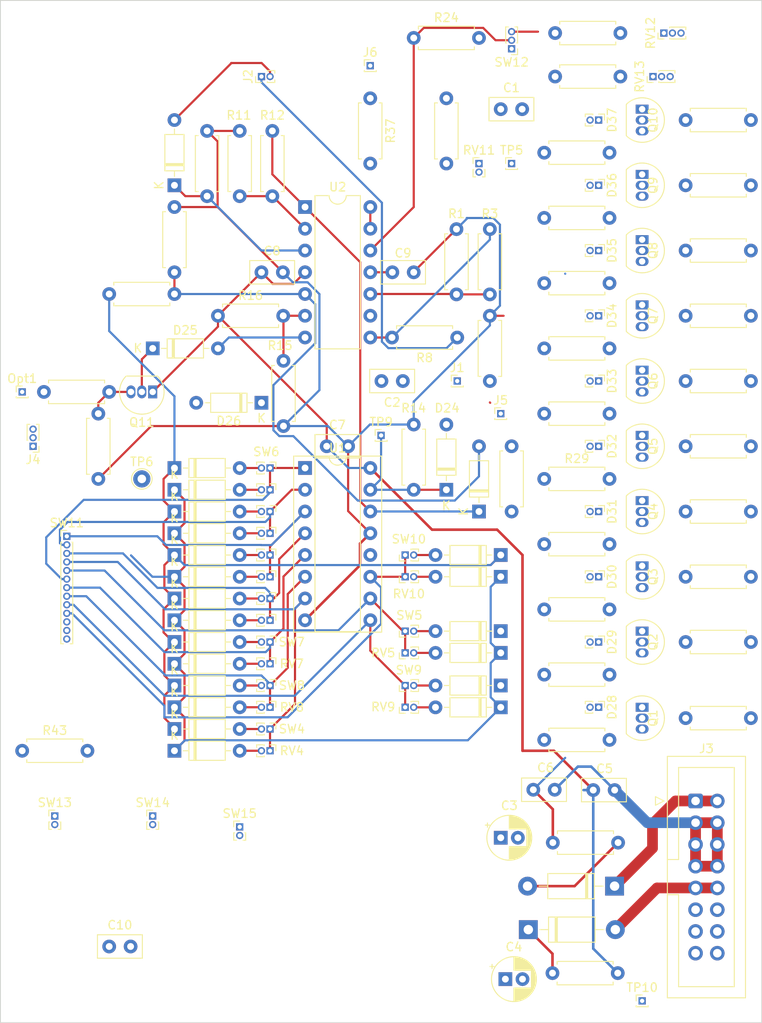
<source format=kicad_pcb>
(kicad_pcb (version 20211014) (generator pcbnew)

  (general
    (thickness 1.6)
  )

  (paper "A4")
  (title_block
    (title "Unseen Servant (Baby 10 Seq)")
  )

  (layers
    (0 "F.Cu" signal)
    (31 "B.Cu" signal)
    (32 "B.Adhes" user "B.Adhesive")
    (33 "F.Adhes" user "F.Adhesive")
    (34 "B.Paste" user)
    (35 "F.Paste" user)
    (36 "B.SilkS" user "B.Silkscreen")
    (37 "F.SilkS" user "F.Silkscreen")
    (38 "B.Mask" user)
    (39 "F.Mask" user)
    (40 "Dwgs.User" user "User.Drawings")
    (41 "Cmts.User" user "User.Comments")
    (42 "Eco1.User" user "User.Eco1")
    (43 "Eco2.User" user "User.Eco2")
    (44 "Edge.Cuts" user)
    (45 "Margin" user)
    (46 "B.CrtYd" user "B.Courtyard")
    (47 "F.CrtYd" user "F.Courtyard")
    (48 "B.Fab" user)
    (49 "F.Fab" user)
    (50 "User.1" user)
    (51 "User.2" user)
    (52 "User.3" user)
    (53 "User.4" user)
    (54 "User.5" user)
    (55 "User.6" user)
    (56 "User.7" user)
    (57 "User.8" user)
    (58 "User.9" user)
  )

  (setup
    (stackup
      (layer "F.SilkS" (type "Top Silk Screen"))
      (layer "F.Paste" (type "Top Solder Paste"))
      (layer "F.Mask" (type "Top Solder Mask") (thickness 0.01))
      (layer "F.Cu" (type "copper") (thickness 0.035))
      (layer "dielectric 1" (type "core") (thickness 1.51) (material "FR4") (epsilon_r 4.5) (loss_tangent 0.02))
      (layer "B.Cu" (type "copper") (thickness 0.035))
      (layer "B.Mask" (type "Bottom Solder Mask") (thickness 0.01))
      (layer "B.Paste" (type "Bottom Solder Paste"))
      (layer "B.SilkS" (type "Bottom Silk Screen"))
      (copper_finish "None")
      (dielectric_constraints no)
    )
    (pad_to_mask_clearance 0)
    (pcbplotparams
      (layerselection 0x00010fc_ffffffff)
      (disableapertmacros false)
      (usegerberextensions false)
      (usegerberattributes true)
      (usegerberadvancedattributes true)
      (creategerberjobfile true)
      (svguseinch false)
      (svgprecision 6)
      (excludeedgelayer true)
      (plotframeref false)
      (viasonmask false)
      (mode 1)
      (useauxorigin false)
      (hpglpennumber 1)
      (hpglpenspeed 20)
      (hpglpendiameter 15.000000)
      (dxfpolygonmode true)
      (dxfimperialunits true)
      (dxfusepcbnewfont true)
      (psnegative false)
      (psa4output false)
      (plotreference true)
      (plotvalue true)
      (plotinvisibletext false)
      (sketchpadsonfab false)
      (subtractmaskfromsilk false)
      (outputformat 1)
      (mirror false)
      (drillshape 0)
      (scaleselection 1)
      (outputdirectory "./")
    )
  )

  (net 0 "")
  (net 1 "Net-(C1-Pad1)")
  (net 2 "GND")
  (net 3 "Net-(C2-Pad1)")
  (net 4 "Net-(C2-Pad2)")
  (net 5 "+12V")
  (net 6 "-12V")
  (net 7 "Net-(D1-Pad1)")
  (net 8 "Net-(D1-Pad2)")
  (net 9 "Net-(D2-Pad2)")
  (net 10 "Net-(D3-Pad2)")
  (net 11 "Net-(D4-Pad2)")
  (net 12 "Net-(D5-Pad2)")
  (net 13 "Net-(D6-Pad2)")
  (net 14 "Net-(D7-Pad2)")
  (net 15 "Net-(D8-Pad2)")
  (net 16 "Net-(D9-Pad2)")
  (net 17 "Net-(D10-Pad2)")
  (net 18 "Net-(D13-Pad2)")
  (net 19 "Net-(D16-Pad2)")
  (net 20 "Net-(D17-Pad2)")
  (net 21 "Net-(D18-Pad2)")
  (net 22 "Net-(D19-Pad2)")
  (net 23 "Net-(D20-Pad2)")
  (net 24 "Net-(D21-Pad1)")
  (net 25 "Net-(D21-Pad2)")
  (net 26 "Net-(D22-Pad1)")
  (net 27 "Net-(D22-Pad2)")
  (net 28 "Net-(D11-Pad1)")
  (net 29 "Net-(D23-Pad2)")
  (net 30 "Net-(D25-Pad1)")
  (net 31 "Net-(D11-Pad2)")
  (net 32 "Net-(D26-Pad2)")
  (net 33 "Net-(D12-Pad2)")
  (net 34 "Net-(D28-Pad2)")
  (net 35 "Net-(D29-Pad2)")
  (net 36 "Net-(D30-Pad2)")
  (net 37 "Net-(D31-Pad2)")
  (net 38 "Net-(D32-Pad2)")
  (net 39 "Net-(D33-Pad2)")
  (net 40 "Net-(D34-Pad2)")
  (net 41 "Net-(D35-Pad2)")
  (net 42 "Net-(D36-Pad2)")
  (net 43 "Net-(D37-Pad2)")
  (net 44 "unconnected-(J3-Pad11)")
  (net 45 "unconnected-(J3-Pad12)")
  (net 46 "unconnected-(J3-Pad13)")
  (net 47 "unconnected-(J3-Pad14)")
  (net 48 "Net-(D14-Pad2)")
  (net 49 "Net-(D15-Pad2)")
  (net 50 "Net-(J4-PadTN)")
  (net 51 "Net-(Q1-Pad2)")
  (net 52 "Net-(Q2-Pad2)")
  (net 53 "Net-(Q3-Pad2)")
  (net 54 "Net-(Q4-Pad2)")
  (net 55 "Net-(Q5-Pad2)")
  (net 56 "Net-(Q6-Pad2)")
  (net 57 "Net-(Q7-Pad2)")
  (net 58 "Net-(Q8-Pad2)")
  (net 59 "Net-(Q9-Pad2)")
  (net 60 "Net-(Q10-Pad2)")
  (net 61 "Net-(Q11-Pad3)")
  (net 62 "Net-(D23-Pad1)")
  (net 63 "Net-(R2-Pad1)")
  (net 64 "Net-(D24-Pad1)")
  (net 65 "Net-(J4-PadT)")
  (net 66 "Net-(J2-PadTN)")
  (net 67 "Net-(D25-Pad2)")
  (net 68 "Net-(J5-PadT)")
  (net 69 "Net-(D27-Pad1)")
  (net 70 "Net-(D27-Pad2)")
  (net 71 "Net-(R30-Pad1)")
  (net 72 "Net-(R30-Pad2)")
  (net 73 "Net-(R31-Pad1)")
  (net 74 "Net-(R31-Pad2)")
  (net 75 "Net-(J6-PadT)")
  (net 76 "unconnected-(RV12-Pad3)")
  (net 77 "unconnected-(RV13-Pad3)")
  (net 78 "unconnected-(SW11-Pad11)")
  (net 79 "unconnected-(SW11-Pad12)")
  (net 80 "unconnected-(U1-Pad12)")
  (net 81 "Net-(D28-Pad1)")
  (net 82 "Net-(D29-Pad1)")
  (net 83 "Net-(D30-Pad1)")
  (net 84 "Net-(D31-Pad1)")
  (net 85 "Net-(D32-Pad1)")
  (net 86 "Net-(D33-Pad1)")
  (net 87 "Net-(R19-Pad2)")
  (net 88 "Net-(R20-Pad2)")
  (net 89 "Net-(R21-Pad2)")
  (net 90 "Net-(R22-Pad2)")
  (net 91 "Net-(R23-Pad2)")
  (net 92 "Net-(R36-Pad2)")
  (net 93 "Net-(D34-Pad1)")
  (net 94 "Net-(D35-Pad1)")
  (net 95 "Net-(D36-Pad1)")
  (net 96 "Net-(D37-Pad1)")
  (net 97 "Net-(J3-Pad15)")
  (net 98 "Net-(R1-Pad2)")
  (net 99 "Net-(R3-Pad1)")
  (net 100 "Net-(R11-Pad2)")
  (net 101 "Net-(R15-Pad2)")
  (net 102 "Net-(R24-Pad1)")
  (net 103 "Net-(R32-Pad2)")
  (net 104 "Net-(R33-Pad2)")
  (net 105 "Net-(R34-Pad2)")
  (net 106 "Net-(R35-Pad2)")
  (net 107 "Net-(R37-Pad2)")
  (net 108 "Net-(U1-Pad14)")
  (net 109 "Net-(R43-Pad1)")
  (net 110 "Net-(U1-Pad15)")

  (footprint "Capacitor_THT:C_Disc_D5.0mm_W2.5mm_P2.50mm" (layer "F.Cu") (at 100.970728 113.812851))

  (footprint "Resistor_THT:R_Axial_DIN0207_L6.3mm_D2.5mm_P7.62mm_Horizontal" (layer "F.Cu") (at 95.25 46.99))

  (footprint "Connector_PinHeader_1.00mm:PinHeader_1x02_P1.00mm_Vertical" (layer "F.Cu") (at 101.6 96.52 -90))

  (footprint "Resistor_THT:R_Axial_DIN0207_L6.3mm_D2.5mm_P7.62mm_Horizontal" (layer "F.Cu") (at 43.18 77.47 90))

  (footprint "TestPoint:TestPoint_THTPad_D2.0mm_Drill1.0mm" (layer "F.Cu") (at 48.26 77.47))

  (footprint "Connector_PinHeader_1.00mm:PinHeader_1x02_P1.00mm_Vertical" (layer "F.Cu") (at 101.6 35.56 -90))

  (footprint "Connector_PinHeader_1.00mm:PinHeader_1x02_P1.00mm_Vertical" (layer "F.Cu") (at 63.23 81.28 -90))

  (footprint "Connector_PinHeader_1.00mm:PinHeader_1x02_P1.00mm_Vertical" (layer "F.Cu") (at 79.01 97.79 90))

  (footprint "Resistor_THT:R_Axial_DIN0207_L6.3mm_D2.5mm_P7.62mm_Horizontal" (layer "F.Cu") (at 95.25 77.47))

  (footprint "Diode_THT:D_DO-35_SOD27_P7.62mm_Horizontal" (layer "F.Cu") (at 87.63 81.28 90))

  (footprint "Package_TO_SOT_THT:TO-92_Inline" (layer "F.Cu") (at 106.68 95.25 -90))

  (footprint "Diode_THT:D_DO-35_SOD27_P7.62mm_Horizontal" (layer "F.Cu") (at 52.07 101.6))

  (footprint "Diode_THT:D_DO-35_SOD27_P7.62mm_Horizontal" (layer "F.Cu") (at 52.07 109.22))

  (footprint "Capacitor_THT:C_Disc_D5.0mm_W2.5mm_P2.50mm" (layer "F.Cu") (at 44.45 132.08))

  (footprint "Connector_PinHeader_1.00mm:PinHeader_1x02_P1.00mm_Vertical" (layer "F.Cu") (at 63.23 99.06 -90))

  (footprint "Connector_PinHeader_1.00mm:PinHeader_1x02_P1.00mm_Vertical" (layer "F.Cu") (at 79.01 86.36 90))

  (footprint "Diode_THT:D_DO-35_SOD27_P7.62mm_Horizontal" (layer "F.Cu") (at 52.07 91.44))

  (footprint "Connector_IDC:IDC-Header_2x08_P2.54mm_Vertical" (layer "F.Cu") (at 112.918228 115.082851))

  (footprint "Resistor_THT:R_Axial_DIN0207_L6.3mm_D2.5mm_P7.62mm_Horizontal" (layer "F.Cu") (at 95.25 92.71))

  (footprint "Capacitor_THT:C_Disc_D5.0mm_W2.5mm_P2.50mm" (layer "F.Cu") (at 78.74 66.04 180))

  (footprint "Connector_PinHeader_1.00mm:PinHeader_1x02_P1.00mm_Vertical" (layer "F.Cu") (at 63.23 83.82 -90))

  (footprint "Connector_PinHeader_1.00mm:PinHeader_1x02_P1.00mm_Vertical" (layer "F.Cu") (at 63.23 88.9 -90))

  (footprint "Package_TO_SOT_THT:TO-92_Inline" (layer "F.Cu") (at 106.68 80.01 -90))

  (footprint "Diode_THT:D_DO-35_SOD27_P7.62mm_Horizontal" (layer "F.Cu") (at 49.53 62.23))

  (footprint "Connector_PinHeader_1.00mm:PinHeader_1x02_P1.00mm_Vertical" (layer "F.Cu") (at 101.6 104.14 -90))

  (footprint "Package_TO_SOT_THT:TO-92_Inline" (layer "F.Cu") (at 106.68 41.91 -90))

  (footprint "Diode_THT:D_DO-35_SOD27_P7.62mm_Horizontal" (layer "F.Cu") (at 52.07 99.06))

  (footprint "Connector_PinHeader_1.00mm:PinHeader_1x02_P1.00mm_Vertical" (layer "F.Cu") (at 87.63 40.64))

  (footprint "Connector_PinHeader_1.00mm:PinHeader_1x02_P1.00mm_Vertical" (layer "F.Cu") (at 101.6 43.18 -90))

  (footprint "Connector_PinHeader_1.00mm:PinHeader_1x02_P1.00mm_Vertical" (layer "F.Cu") (at 63.23 93.98 -90))

  (footprint "Resistor_THT:R_Axial_DIN0207_L6.3mm_D2.5mm_P7.62mm_Horizontal" (layer "F.Cu") (at 102.87 107.95 180))

  (footprint "Resistor_THT:R_Axial_DIN0207_L6.3mm_D2.5mm_P7.62mm_Horizontal" (layer "F.Cu") (at 111.76 81.28))

  (footprint "Connector_PinHeader_1.00mm:PinHeader_1x02_P1.00mm_Vertical" (layer "F.Cu") (at 63.23 109.22 -90))

  (footprint "Resistor_THT:R_Axial_DIN0207_L6.3mm_D2.5mm_P7.62mm_Horizontal" (layer "F.Cu") (at 111.76 105.41))

  (footprint "Resistor_THT:R_Axial_DIN0207_L6.3mm_D2.5mm_P7.62mm_Horizontal" (layer "F.Cu") (at 59.69 36.83 -90))

  (footprint "Diode_THT:D_DO-35_SOD27_P7.62mm_Horizontal" (layer "F.Cu") (at 52.07 78.74))

  (footprint "Resistor_THT:R_Axial_DIN0207_L6.3mm_D2.5mm_P7.62mm_Horizontal" (layer "F.Cu") (at 36.83 67.31))

  (footprint "Connector_PinHeader_1.00mm:PinHeader_1x01_P1.00mm_Vertical" (layer "F.Cu") (at 90.17 69.85))

  (footprint "Connector_PinHeader_1.00mm:PinHeader_1x02_P1.00mm_Vertical" (layer "F.Cu") (at 63.23 78.74 -90))

  (footprint "Connector_PinHeader_1.00mm:PinHeader_1x03_P1.00mm_Vertical" (layer "F.Cu") (at 107.95 30.48 90))

  (footprint "Connector_PinHeader_1.00mm:PinHeader_1x02_P1.00mm_Vertical" (layer "F.Cu") (at 101.6 50.8 -90))

  (footprint "Diode_THT:D_DO-35_SOD27_P7.62mm_Horizontal" (layer "F.Cu") (at 52.07 106.68))

  (footprint "Capacitor_THT:C_Disc_D5.0mm_W2.5mm_P2.50mm" (layer "F.Cu") (at 90.17 34.29))

  (footprint "Connector_PinHeader_1.00mm:PinHeader_1x01_P1.00mm_Vertical" (layer "F.Cu") (at 85.09 66.04))

  (footprint "Capacitor_THT:CP_Radial_D5.0mm_P2.00mm" (layer "F.Cu") (at 90.71 135.89))

  (footprint "Connector_PinHeader_1.00mm:PinHeader_1x01_P1.00mm_Vertical" (layer "F.Cu") (at 74.93 29.21))

  (footprint "Connector_PinHeader_1.00mm:PinHeader_1x02_P1.00mm_Vertical" (layer "F.Cu")
    (tedit 59FED738) (tstamp 5bcec0c3-9d13-42a4-acc2-acfd2c2efc4b)
    (at 79.01 101.6 90)
    (descr "Through hole straight pin header, 1x02, 1.00mm pitch, single row")
    (tags "Through hole pin header THT 1x02 1.00mm single row")
    (property "Sheetfile" "Unseen Servant.kicad_sch")
    (property "Sheetname" "")
    (path "/ab88720e-19c2-42ce-bc5f-313970ca6107")
    (attr through_hole)
    (fp_text reference "SW9" (at 1.8 0.431648 180) (layer "F.SilkS")
      (effects (font (size 1 1) (thickness 0.15)))
      (tstamp 6d234e17-92d9-4260-8b5e-0002e5ca4e01)
    )
    (fp_text value "SW_SPDT" (at 0 2.56 90) (layer "F.Fab") hide
      (effects (font (size 1 1) (thickness 0.15)))
      (tstamp 6745b7dc-717d-4eef-ba8d-adc78c83492c)
    )
    (fp_text user "${REFERENCE}" (at 0 0.5) (layer "F.Fab")
      (effects (font (size 0.76 0.76) (thickness 0.114)))
      (tstamp 26345ca5-8471-4a03-a4a9-684534da088c)
    )
    (fp_line (start -0.695 1.56) (end -0.394493 1.56) (layer "F.SilkS") (width 0.12) (tstamp 29836199-dd3f-47a5-9f62-ce65909eab4f))
    (fp_line (start -0.695 0.685) (end -0.608276 0.685) (layer "F.SilkS") (width 0.12) (tstamp 4525ff8e-ffe2-4bb9-9219-ed754840c86b))
    (fp_line (start -0.695 0.685) (end -0.695 1.56) (layer "F.SilkS") (width 0.12) (tstamp 77ecff18-e819-44f1-860a-64b924d79ca5))
    (fp_line (start -0.695 0) (end -0.695 -0.685) (layer "F.SilkS") (width 0.12) (tstamp 86fcefa7-778b-418b-93fb-e9c60db90a5d))
    (fp_line (start 0.608276 0.685) (end 0.695 0.685) (layer "F.SilkS") (width 0.12) (tstamp ab2d6876-562c-4f2c-ba56-b61cecf0127e))
    (fp_line (start 0.394493 1.56) (end 0.695 1.56) (layer "F.SilkS") (width 0.12) (tstamp b887cb79-21f7-4a8c-a273-5d3eca12ea6b))
    (fp_line (start -0.695 -0.685) (end 0 -0.685) (layer "F.SilkS") (width 0.12) (tstamp cde6520d-e29d-4415-a1ca-558042895344))
    (fp_line (start 0.695 0.685) (end 0.695 1.56) (layer "F.SilkS") (width 0.12) (tstamp e79ac517-b629-47c7-a8a7-4c042149813d))
    (fp_line (start -1.15 2) (end 1.15 2) (layer "F.CrtYd") (width 0.05) (tstamp 989bb829-5088-4fe5-865e-94e7281b58e6))
    (fp_line (start 1.15 -1) (end -1.15 -1) (layer "F.CrtYd") (width 0.05) (tstamp 99d7ec99-2244-496a-b2ff-d9b0718fcea0))
    (fp_line (start -1.15 -1) (end -1.15 2) (layer "F.CrtYd") (width 0.05) (tstamp 9e88a642-5af6-47bd-a2e1-2f47fc51ccd8))
    (fp_line (start 1.15 2) (end 1.15 -1) (layer "F.CrtYd") (width 0.05) (tstamp c2f02b9a-8b0a-45ad-b833-ae40d83c0d9d))
    (fp_line (start -0.635 1.5) (end -0.635 -0.1825) (layer "F.Fab") (width 0.1) (tstamp 5a31b8a4-b848-4b0d-8d28-8ab8dad50d19))
    (fp_line (start -0.635 -0.1825) (end -0.3175 -0.5) (layer "F.Fab") (width 0.1) (tstamp 848285c2-a00e-4203-bd00-abd0658f9ffd))
    (fp_line (start 0.635 1.5) (end -0.635 1.5) (layer "F.Fab") (width 0.1) (tstamp 86ec9df0-b607-4ff7-ba5a-dd914b5e53b6))
    (fp_line (start -0.3175 -0.5) (end 0.635 -0.5) (layer "F.Fab") (width 0.1) (tstamp a1ce6360-5ac9-4407-ac78-05944ebd0225))
    (fp_line (start 0.635 -0.5) (end 0.635 1.5) (layer "F.Fab") (width 0.1) (tstamp f20fdac0-8e8e-4548-a43a-79be4123ae01))
    (pad "1" thru_hole rect (at 0 0 90) (size 0.85 0.85) (drill 0.5) (layers *.Cu *.Mask)
      (net 106 "Net-(R35-Pad2)") (pinfunction "A") (pintype "pas
... [430725 chars truncated]
</source>
